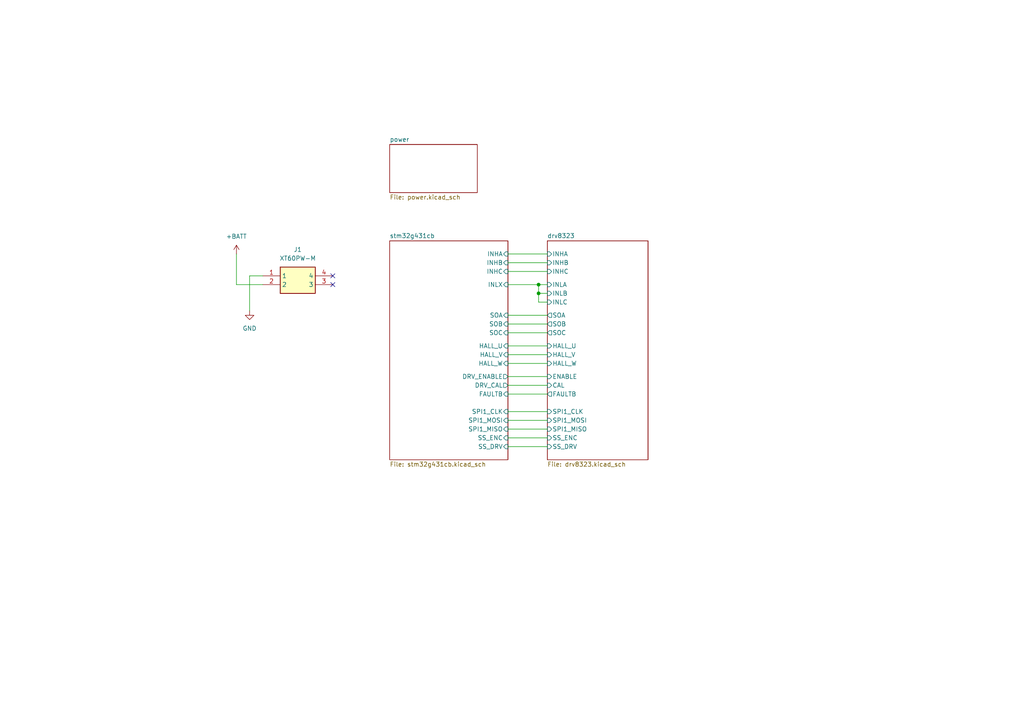
<source format=kicad_sch>
(kicad_sch (version 20211123) (generator eeschema)
  (paper "A4")
  (lib_symbols
    (symbol "bldc_lib:XT60PW-M"
      (property "Value" "XT60PW-M" (at 0 0 0))
      (symbol "XT60PW-M_1_1"
        (rectangle (start -6.35 -2.54) (end 3.81 -10.16) (stroke (width 0.254)) (fill (type background)))
        (pin passive line (at -11.43 -5.08 0) (length 5.08) (name "1") (number "1"))
        (pin passive line (at -11.43 -7.62 0) (length 5.08) (name "2") (number "2"))
        (pin passive line (at 8.89 -7.62 180) (length 5.08) (name "3") (number "3"))
        (pin passive line (at 8.89 -5.08 180) (length 5.08) (name "4") (number "4"))
      )
    )
    (symbol "power:+BATT" (power) (pin_names (offset 0))
      (property "Value" "+BATT" (at 0 3.556 0))
      (symbol "+BATT_0_1"
        (polyline (pts (xy -0.762 1.27) (xy 0 2.54)))
        (polyline (pts (xy 0 0) (xy 0 2.54)))
        (polyline (pts (xy 0 2.54) (xy 0.762 1.27)))
      )
      (symbol "+BATT_1_1"
        (pin power_in line (at 0 0 90) (length 0) hide (name "+BATT") (number "1"))
      )
    )
    (symbol "power:GND" (power) (pin_names (offset 0))
      (property "Value" "GND" (at 0 -3.81 0))
      (symbol "GND_0_1"
        (polyline (pts (xy 0 0) (xy 0 -1.27) (xy 1.27 -1.27) (xy 0 -2.54) (xy -1.27 -1.27) (xy 0 -1.27)))
      )
      (symbol "GND_1_1"
        (pin power_in line (at 0 0 270) (length 0) hide (name "GND") (number "1"))
      )
    )
  )
  (junction (at 156.21 82.55))
  (junction (at 156.21 85.09))
  (no_connect (at 96.52 80.01))
  (no_connect (at 96.52 82.55))
  (wire (pts (xy 156.21 87.63) (xy 156.21 85.09)))
  (wire (pts (xy 147.32 114.3) (xy 158.75 114.3)))
  (wire (pts (xy 147.32 102.87) (xy 158.75 102.87)))
  (wire (pts (xy 68.58 73.66) (xy 68.58 82.55)))
  (wire (pts (xy 147.32 82.55) (xy 156.21 82.55)))
  (wire (pts (xy 147.32 93.98) (xy 158.75 93.98)))
  (wire (pts (xy 147.32 124.46) (xy 158.75 124.46)))
  (wire (pts (xy 147.32 127) (xy 158.75 127)))
  (wire (pts (xy 156.21 82.55) (xy 158.75 82.55)))
  (wire (pts (xy 147.32 119.38) (xy 158.75 119.38)))
  (wire (pts (xy 158.75 87.63) (xy 156.21 87.63)))
  (wire (pts (xy 76.2 80.01) (xy 72.39 80.01)))
  (wire (pts (xy 72.39 80.01) (xy 72.39 90.17)))
  (wire (pts (xy 147.32 73.66) (xy 158.75 73.66)))
  (wire (pts (xy 147.32 109.22) (xy 158.75 109.22)))
  (wire (pts (xy 76.2 82.55) (xy 68.58 82.55)))
  (wire (pts (xy 147.32 111.76) (xy 158.75 111.76)))
  (wire (pts (xy 147.32 105.41) (xy 158.75 105.41)))
  (wire (pts (xy 147.32 121.92) (xy 158.75 121.92)))
  (wire (pts (xy 147.32 129.54) (xy 158.75 129.54)))
  (wire (pts (xy 147.32 78.74) (xy 158.75 78.74)))
  (wire (pts (xy 158.75 85.09) (xy 156.21 85.09)))
  (wire (pts (xy 156.21 85.09) (xy 156.21 82.55)))
  (wire (pts (xy 147.32 76.2) (xy 158.75 76.2)))
  (wire (pts (xy 147.32 96.52) (xy 158.75 96.52)))
  (wire (pts (xy 147.32 91.44) (xy 158.75 91.44)))
  (wire (pts (xy 147.32 100.33) (xy 158.75 100.33)))
  (symbol (lib_id "power:+BATT") (at 68.58 73.66 0) (unit 1)
    (property "Reference" "#PWR01" (effects hide))
    (property "Value" "+BATT" (at 68.58 68.58 0))
  )
  (symbol (lib_id "power:GND") (at 72.39 90.17 0) (unit 1)
    (property "Reference" "#PWR02" (effects hide))
    (property "Value" "GND" (at 72.39 95.25 0))
  )
  (symbol (lib_id "bldc_lib:XT60PW-M") (at 87.63 74.93 0) (unit 1)
    (property "Reference" "J1" (at 86.36 72.39 0))
    (property "Value" "XT60PW-M" (at 86.36 74.93 0))
    (property "Footprint" "bldc_lib:XT60PWM" (effects hide))
    (property "Reference_1" "J" (effects hide))
    (property "Value_1" "XT60PW-M" (effects hide))
    (property "Footprint_1" "XT60PWM" (effects hide))
    (property "Datasheet_1" "https://www.tme.eu/Document/9b8d0c5eb7094295f3d3112c214d3ade/XT60PW%20SPEC.pdf" (effects hide))
    (property "Height" "8.4" (effects hide))
    (property "Manufacturer_Name" "Changzou Amass Elec" (effects hide))
    (property "Manufacturer_Part_Number" "XT60PW-M" (effects hide))
  )
  (sheet (at 113.03 69.85) (size 34.29 63.5) (stroke (width 0.1524))
    (property "Sheet name" "stm32g431cb" (at 113.03 69.1384 0) (effects (justify left bottom)))
    (property "Sheet file" "stm32g431cb.kicad_sch" (at 113.03 133.9346 0) (effects (justify left top)))
    (pin "HALL_U" input (at 147.32 100.33 0))
    (pin "SS_ENC" input (at 147.32 127 0))
    (pin "HALL_V" input (at 147.32 102.87 0))
    (pin "HALL_W" input (at 147.32 105.41 0))
    (pin "SPI1_CLK" input (at 147.32 119.38 0))
    (pin "SPI1_MOSI" input (at 147.32 121.92 0))
    (pin "SS_DRV" input (at 147.32 129.54 0))
    (pin "SPI1_MISO" input (at 147.32 124.46 0))
    (pin "FAULTB" input (at 147.32 114.3 0))
    (pin "DRV_ENABLE" output (at 147.32 109.22 0))
    (pin "SOC" input (at 147.32 96.52 0))
    (pin "SOB" input (at 147.32 93.98 0))
    (pin "DRV_CAL" output (at 147.32 111.76 0))
    (pin "INLX" input (at 147.32 82.55 0))
    (pin "INHC" input (at 147.32 78.74 0))
    (pin "INHB" input (at 147.32 76.2 0))
    (pin "INHA" input (at 147.32 73.66 0))
    (pin "SOA" input (at 147.32 91.44 0))
  )
  (sheet (at 113.03 41.91) (size 25.4 13.97) (stroke (width 0.1524))
    (property "Sheet name" "power" (at 113.03 41.1984 0) (effects (justify left bottom)))
    (property "Sheet file" "power.kicad_sch" (at 113.03 56.4646 0) (effects (justify left top)))
  )
  (sheet (at 158.75 69.85) (size 29.21 63.5) (stroke (width 0.1524))
    (property "Sheet name" "drv8323" (at 158.75 69.1384 0) (effects (justify left bottom)))
    (property "Sheet file" "drv8323.kicad_sch" (at 158.75 133.9346 0) (effects (justify left top)))
    (pin "SS_ENC" input (at 158.75 127 180))
    (pin "SPI1_MISO" input (at 158.75 124.46 180))
    (pin "SPI1_MOSI" input (at 158.75 121.92 180))
    (pin "SPI1_CLK" input (at 158.75 119.38 180))
    (pin "HALL_W" input (at 158.75 105.41 180))
    (pin "HALL_U" input (at 158.75 100.33 180))
    (pin "HALL_V" input (at 158.75 102.87 180))
    (pin "INHC" input (at 158.75 78.74 180))
    (pin "INHB" input (at 158.75 76.2 180))
    (pin "INLC" input (at 158.75 87.63 180))
    (pin "SOA" output (at 158.75 91.44 180))
    (pin "FAULTB" output (at 158.75 114.3 180))
    (pin "SOB" output (at 158.75 93.98 180))
    (pin "SOC" output (at 158.75 96.52 180))
    (pin "INHA" input (at 158.75 73.66 180))
    (pin "INLA" input (at 158.75 82.55 180))
    (pin "CAL" input (at 158.75 111.76 180))
    (pin "SS_DRV" input (at 158.75 129.54 180))
    (pin "ENABLE" input (at 158.75 109.22 180))
    (pin "INLB" input (at 158.75 85.09 180))
  )
)
</source>
